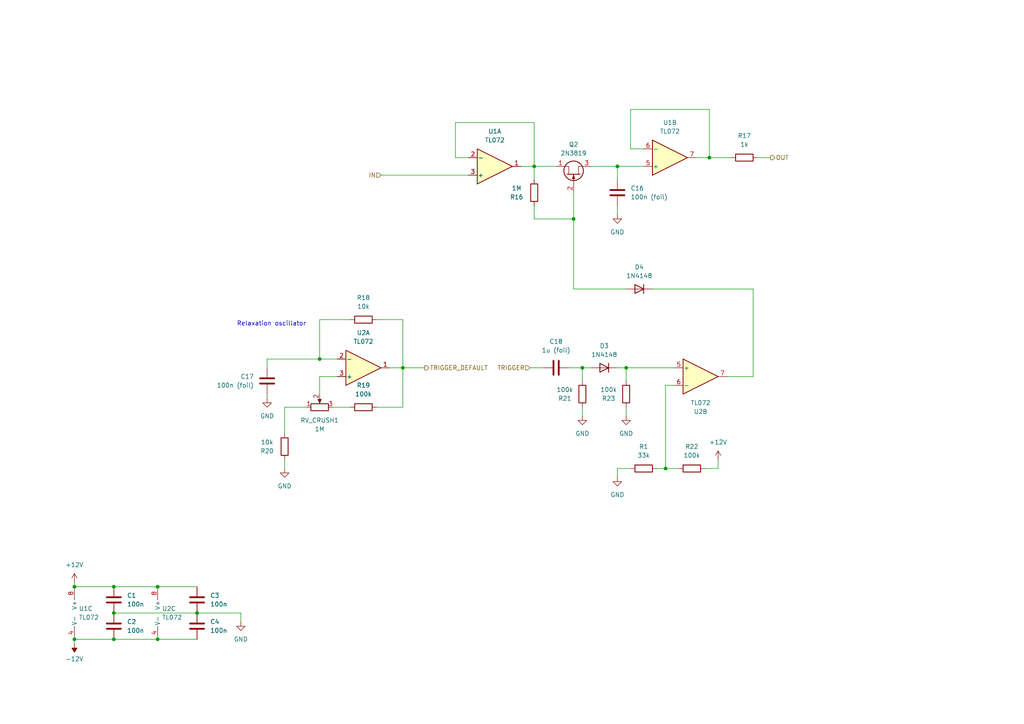
<source format=kicad_sch>
(kicad_sch (version 20250114) (generator "eeschema") (generator_version "9.0")
  (paper "A4")
  (lib_symbols
    (symbol "+12V_1" (power) (pin_numbers (hide yes)) (pin_names (offset 0) (hide yes))
      (property "Value" "+12V" (at 0 3.556 0))
      (symbol "+12V_1_0_1"
        (polyline (pts (xy -0.762 1.27) (xy 0 2.54)))
        (polyline (pts (xy 0 2.54) (xy 0.762 1.27)))
        (polyline (pts (xy 0 0) (xy 0 2.54)))
      )
      (symbol "+12V_1_1_1"
        (pin power_in line (at 0 0 90) (length 0) (name "~") (number "1"))
      )
    )
    (symbol "-12V_1" (power) (pin_names (offset 0))
      (property "Value" "-12V_1" (at 0 3.81 0))
      (symbol "-12V_1_0_0"
        (pin power_in line (at 0 0 90) (length 0) (hide yes) (name "-12V") (number "1"))
      )
      (symbol "-12V_1_0_1"
        (polyline (pts (xy 0 0) (xy 0 1.27) (xy 0.762 1.27) (xy 0 2.54) (xy -0.762 1.27) (xy 0 1.27)) (fill (type outline)))
      )
    )
    (symbol "Amplifier_Operational:TL072" (pin_names (offset 0.127))
      (property "Reference" "U" (at 0 5.08 0))
      (property "Value" "TL072" (at 0 -5.08 0))
      (symbol "TL072_1_1"
        (polyline (pts (xy -5.08 5.08) (xy 5.08 0) (xy -5.08 -5.08) (xy -5.08 5.08)) (stroke (width 0.254)) (fill (type background)))
        (pin input line (at -7.62 2.54 0) (length 2.54) (name "+") (number "3"))
        (pin input line (at -7.62 -2.54 0) (length 2.54) (name "-") (number "2"))
        (pin output line (at 7.62 0 180) (length 2.54) (name "~") (number "1"))
      )
      (symbol "TL072_2_1"
        (polyline (pts (xy -5.08 5.08) (xy 5.08 0) (xy -5.08 -5.08) (xy -5.08 5.08)) (stroke (width 0.254)) (fill (type background)))
        (pin input line (at -7.62 2.54 0) (length 2.54) (name "+") (number "5"))
        (pin input line (at -7.62 -2.54 0) (length 2.54) (name "-") (number "6"))
        (pin output line (at 7.62 0 180) (length 2.54) (name "~") (number "7"))
      )
      (symbol "TL072_3_1"
        (pin power_in line (at -2.54 7.62 270) (length 3.81) (name "V+") (number "8"))
        (pin power_in line (at -2.54 -7.62 90) (length 3.81) (name "V-") (number "4"))
      )
    )
    (symbol "Device:C" (pin_numbers (hide yes)) (pin_names (offset 0.254))
      (property "Reference" "C" (at 0.635 2.54 0))
      (property "Value" "C" (at 0.635 -2.54 0))
      (symbol "C_0_1"
        (polyline (pts (xy -2.032 0.762) (xy 2.032 0.762)) (stroke (width 0.508)))
        (polyline (pts (xy -2.032 -0.762) (xy 2.032 -0.762)) (stroke (width 0.508)))
      )
      (symbol "C_1_1"
        (pin passive line (at 0 3.81 270) (length 2.794) (name "~") (number "1"))
        (pin passive line (at 0 -3.81 90) (length 2.794) (name "~") (number "2"))
      )
    )
    (symbol "Device:D" (pin_numbers (hide yes)) (pin_names (offset 1.016) (hide yes))
      (property "Reference" "D" (at 0 2.54 0))
      (property "Value" "D" (at 0 -2.54 0))
      (symbol "D_0_1"
        (polyline (pts (xy -1.27 1.27) (xy -1.27 -1.27)) (stroke (width 0.254)))
        (polyline (pts (xy 1.27 1.27) (xy 1.27 -1.27) (xy -1.27 0) (xy 1.27 1.27)) (stroke (width 0.254)))
        (polyline (pts (xy 1.27 0) (xy -1.27 0)))
      )
      (symbol "D_1_1"
        (pin passive line (at -3.81 0 0) (length 2.54) (name "K") (number "1"))
        (pin passive line (at 3.81 0 180) (length 2.54) (name "A") (number "2"))
      )
    )
    (symbol "Device:R" (pin_numbers (hide yes)) (pin_names (offset 0))
      (property "Reference" "R" (at 2.032 0 90))
      (property "Value" "R" (at 0 0 90))
      (symbol "R_0_1"
        (rectangle (start -1.016 -2.54) (end 1.016 2.54) (stroke (width 0.254)))
      )
      (symbol "R_1_1"
        (pin passive line (at 0 3.81 270) (length 1.27) (name "~") (number "1"))
        (pin passive line (at 0 -3.81 90) (length 1.27) (name "~") (number "2"))
      )
    )
    (symbol "Device:R_Potentiometer" (pin_names (offset 1.016) (hide yes))
      (property "Reference" "RV" (at -4.445 0 90))
      (property "Value" "R_Potentiometer" (at -2.54 0 90))
      (symbol "R_Potentiometer_0_1"
        (rectangle (start 1.016 2.54) (end -1.016 -2.54) (stroke (width 0.254)))
        (polyline (pts (xy 1.143 0) (xy 2.286 0.508) (xy 2.286 -0.508) (xy 1.143 0)) (fill (type outline)))
        (polyline (pts (xy 2.54 0) (xy 1.524 0)))
      )
      (symbol "R_Potentiometer_1_1"
        (pin passive line (at 0 3.81 270) (length 1.27) (name "1") (number "1"))
        (pin passive line (at 0 -3.81 90) (length 1.27) (name "3") (number "3"))
        (pin passive line (at 3.81 0 180) (length 1.27) (name "2") (number "2"))
      )
    )
    (symbol "GND_1" (power) (pin_names (offset 0))
      (property "Value" "GND_1" (at 0 -3.81 0))
      (symbol "GND_1_0_1"
        (polyline (pts (xy 0 0) (xy 0 -1.27) (xy 1.27 -1.27) (xy 0 -2.54) (xy -1.27 -1.27) (xy 0 -1.27)))
      )
      (symbol "GND_1_1_1"
        (pin power_in line (at 0 0 270) (length 0) (hide yes) (name "GND") (number "1"))
      )
    )
    (symbol "Transistor_FET:2N3819" (pin_names (hide yes))
      (property "Reference" "Q" (at 5.08 1.905 0))
      (property "Value" "2N3819" (at 5.08 0 0))
      (symbol "2N3819_0_1"
        (polyline (pts (xy 0 0) (xy -1.016 0.381) (xy -1.016 -0.381) (xy 0 0)) (fill (type outline)))
        (polyline (pts (xy 0.254 1.905) (xy 0.254 -1.905)) (stroke (width 0.254)))
        (polyline (pts (xy 0.254 0) (xy -2.54 0)))
        (circle (center 1.27 0) (radius 2.8194) (stroke (width 0.254)))
        (polyline (pts (xy 2.54 2.54) (xy 2.54 1.397) (xy 0.254 1.397)))
        (polyline (pts (xy 2.54 -2.54) (xy 2.54 -1.397) (xy 0.254 -1.397)))
      )
      (symbol "2N3819_1_1"
        (pin input line (at -5.08 0 0) (length 2.54) (name "G") (number "2"))
        (pin passive line (at 2.54 5.08 270) (length 2.54) (name "D") (number "1"))
        (pin passive line (at 2.54 -5.08 90) (length 2.54) (name "S") (number "3"))
      )
    )
    (symbol "power:+12V" (power) (pin_names (offset 0))
      (property "Value" "+12V" (at 0 3.556 0))
      (symbol "+12V_0_1"
        (polyline (pts (xy -0.762 1.27) (xy 0 2.54)))
        (polyline (pts (xy 0 2.54) (xy 0.762 1.27)))
        (polyline (pts (xy 0 0) (xy 0 2.54)))
      )
      (symbol "+12V_1_1"
        (pin power_in line (at 0 0 90) (length 0) (hide yes) (name "+12V") (number "1"))
      )
    )
    (symbol "power:GND" (power) (pin_numbers (hide yes)) (pin_names (offset 0) (hide yes))
      (property "Value" "GND" (at 0 -3.81 0))
      (symbol "GND_0_1"
        (polyline (pts (xy 0 0) (xy 0 -1.27) (xy 1.27 -1.27) (xy 0 -2.54) (xy -1.27 -1.27) (xy 0 -1.27)))
      )
      (symbol "GND_1_1"
        (pin power_in line (at 0 0 270) (length 0) (name "~") (number "1"))
      )
    )
  )
  (text "Relaxation oscillator" (at 78.74 93.98 0) (effects (font (size 1.27 1.27))))
  (junction (at 179.07 48.26))
  (junction (at 45.72 185.42))
  (junction (at 92.71 104.14))
  (junction (at 21.59 170.18))
  (junction (at 33.02 185.42))
  (junction (at 21.59 185.42))
  (junction (at 168.91 106.68))
  (junction (at 166.37 63.5))
  (junction (at 45.72 170.18))
  (junction (at 205.74 45.72))
  (junction (at 57.15 177.8))
  (junction (at 116.84 106.68))
  (junction (at 193.04 135.89))
  (junction (at 33.02 170.18))
  (junction (at 154.94 48.26))
  (junction (at 33.02 177.8))
  (junction (at 181.61 106.68))
  (wire (pts (xy 110.49 50.8) (xy 135.89 50.8)))
  (wire (pts (xy 181.61 106.68) (xy 179.07 106.68)))
  (wire (pts (xy 218.44 109.22) (xy 210.82 109.22)))
  (wire (pts (xy 154.94 35.56) (xy 154.94 48.26)))
  (wire (pts (xy 179.07 62.23) (xy 179.07 59.69)))
  (wire (pts (xy 166.37 63.5) (xy 166.37 55.88)))
  (wire (pts (xy 205.74 31.75) (xy 205.74 45.72)))
  (wire (pts (xy 33.02 177.8) (xy 57.15 177.8)))
  (wire (pts (xy 116.84 92.71) (xy 116.84 106.68)))
  (wire (pts (xy 97.79 109.22) (xy 92.71 109.22)))
  (wire (pts (xy 109.22 118.11) (xy 116.84 118.11)))
  (wire (pts (xy 168.91 106.68) (xy 168.91 110.49)))
  (wire (pts (xy 154.94 63.5) (xy 166.37 63.5)))
  (wire (pts (xy 223.52 45.72) (xy 219.71 45.72)))
  (wire (pts (xy 218.44 109.22) (xy 218.44 83.82)))
  (wire (pts (xy 45.72 170.18) (xy 57.15 170.18)))
  (wire (pts (xy 116.84 118.11) (xy 116.84 106.68)))
  (wire (pts (xy 182.88 43.18) (xy 182.88 31.75)))
  (wire (pts (xy 166.37 83.82) (xy 181.61 83.82)))
  (wire (pts (xy 132.08 35.56) (xy 154.94 35.56)))
  (wire (pts (xy 168.91 120.65) (xy 168.91 118.11)))
  (wire (pts (xy 21.59 168.91) (xy 21.59 170.18)))
  (wire (pts (xy 190.5 135.89) (xy 193.04 135.89)))
  (wire (pts (xy 88.9 118.11) (xy 82.55 118.11)))
  (wire (pts (xy 116.84 106.68) (xy 123.19 106.68)))
  (wire (pts (xy 182.88 135.89) (xy 179.07 135.89)))
  (wire (pts (xy 77.47 115.57) (xy 77.47 114.3)))
  (wire (pts (xy 92.71 92.71) (xy 92.71 104.14)))
  (wire (pts (xy 21.59 185.42) (xy 33.02 185.42)))
  (wire (pts (xy 82.55 135.89) (xy 82.55 133.35)))
  (wire (pts (xy 208.28 133.35) (xy 208.28 135.89)))
  (wire (pts (xy 154.94 48.26) (xy 151.13 48.26)))
  (wire (pts (xy 205.74 45.72) (xy 201.93 45.72)))
  (wire (pts (xy 182.88 31.75) (xy 205.74 31.75)))
  (wire (pts (xy 82.55 118.11) (xy 82.55 125.73)))
  (wire (pts (xy 45.72 185.42) (xy 57.15 185.42)))
  (wire (pts (xy 21.59 186.69) (xy 21.59 185.42)))
  (wire (pts (xy 101.6 92.71) (xy 92.71 92.71)))
  (wire (pts (xy 92.71 109.22) (xy 92.71 114.3)))
  (wire (pts (xy 218.44 83.82) (xy 189.23 83.82)))
  (wire (pts (xy 154.94 48.26) (xy 154.94 52.07)))
  (wire (pts (xy 92.71 104.14) (xy 97.79 104.14)))
  (wire (pts (xy 153.67 106.68) (xy 157.48 106.68)))
  (wire (pts (xy 69.85 180.34) (xy 69.85 177.8)))
  (wire (pts (xy 208.28 135.89) (xy 204.47 135.89)))
  (wire (pts (xy 33.02 185.42) (xy 45.72 185.42)))
  (wire (pts (xy 193.04 135.89) (xy 193.04 111.76)))
  (wire (pts (xy 193.04 135.89) (xy 196.85 135.89)))
  (wire (pts (xy 205.74 45.72) (xy 212.09 45.72)))
  (wire (pts (xy 109.22 92.71) (xy 116.84 92.71)))
  (wire (pts (xy 181.61 106.68) (xy 181.61 110.49)))
  (wire (pts (xy 154.94 48.26) (xy 161.29 48.26)))
  (wire (pts (xy 21.59 170.18) (xy 33.02 170.18)))
  (wire (pts (xy 166.37 63.5) (xy 166.37 83.82)))
  (wire (pts (xy 171.45 106.68) (xy 168.91 106.68)))
  (wire (pts (xy 179.07 48.26) (xy 179.07 52.07)))
  (wire (pts (xy 77.47 104.14) (xy 92.71 104.14)))
  (wire (pts (xy 77.47 106.68) (xy 77.47 104.14)))
  (wire (pts (xy 132.08 45.72) (xy 132.08 35.56)))
  (wire (pts (xy 179.07 135.89) (xy 179.07 138.43)))
  (wire (pts (xy 135.89 45.72) (xy 132.08 45.72)))
  (wire (pts (xy 195.58 106.68) (xy 181.61 106.68)))
  (wire (pts (xy 181.61 120.65) (xy 181.61 118.11)))
  (wire (pts (xy 171.45 48.26) (xy 179.07 48.26)))
  (wire (pts (xy 154.94 59.69) (xy 154.94 63.5)))
  (wire (pts (xy 168.91 106.68) (xy 165.1 106.68)))
  (wire (pts (xy 96.52 118.11) (xy 101.6 118.11)))
  (wire (pts (xy 33.02 170.18) (xy 45.72 170.18)))
  (wire (pts (xy 179.07 48.26) (xy 186.69 48.26)))
  (wire (pts (xy 186.69 43.18) (xy 182.88 43.18)))
  (wire (pts (xy 193.04 111.76) (xy 195.58 111.76)))
  (wire (pts (xy 69.85 177.8) (xy 57.15 177.8)))
  (wire (pts (xy 116.84 106.68) (xy 113.03 106.68)))
  (hierarchical_label "OUT" (shape output) (at 223.52 45.72 0))
  (hierarchical_label "TRIGGER" (shape input) (at 153.67 106.68 180))
  (hierarchical_label "IN" (shape input) (at 110.49 50.8 180))
  (hierarchical_label "TRIGGER_DEFAULT" (shape output) (at 123.19 106.68 0))
  (symbol (lib_id "Amplifier_Operational:TL072") (at 48.26 177.8 0) (unit 3)
    (property "Reference" "U2" (at 46.99 176.53 0) (effects (justify left)))
    (property "Value" "TL072" (at 46.99 179.07 0) (effects (justify left)))
    (property "Footprint" "Package_SO:SOIC-8_3.9x4.9mm_P1.27mm" (effects (hide yes)))
    (property "Datasheet" "http://www.ti.com/lit/ds/symlink/tl071.pdf" (effects (hide yes)))
    (property "LCSC" "C6961" (effects (hide yes)))
    (property "Vendor" "JLCPCB" (effects (hide yes)))
  )
  (symbol (lib_name "+12V_1") (lib_id "power:+12V") (at 208.28 133.35 0) (unit 1)
    (property "Reference" "#PWR035" (effects (hide yes)))
    (property "Value" "+12V" (at 208.28 128.27 0))
    (property "Description" "Power symbol creates a global label with name \"+12V\"" (effects (hide yes)))
  )
  (symbol (lib_id "power:GND") (at 179.07 62.23 0) (unit 1)
    (property "Reference" "#PWR030" (effects (hide yes)))
    (property "Value" "GND" (at 179.07 67.31 0))
    (property "Description" "Power symbol creates a global label with name \"GND\" , ground" (effects (hide yes)))
  )
  (symbol (lib_id "Device:R") (at 200.66 135.89 90) (unit 1)
    (property "Reference" "R22" (at 200.66 129.54 90))
    (property "Value" "100k" (at 200.66 132.08 90))
    (property "Footprint" "Resistor_SMD:R_0603_1608Metric" (effects (hide yes)))
    (property "Vendor" "JLCPCB" (effects (hide yes)))
  )
  (symbol (lib_id "Device:C") (at 33.02 181.61 0) (unit 1)
    (property "Reference" "C2" (at 36.83 180.34 0) (effects (justify left)))
    (property "Value" "100n" (at 36.83 182.88 0) (effects (justify left)))
    (property "Footprint" "Capacitor_SMD:C_0603_1608Metric" (effects (hide yes)))
    (property "LCSC" "C14663" (effects (hide yes)))
    (property "Vendor" "JLCPCB" (effects (hide yes)))
  )
  (symbol (lib_name "-12V_1") (lib_id "power:-12V") (at 21.59 186.69 180) (unit 1)
    (property "Reference" "#PWR02" (effects (hide yes)))
    (property "Value" "-12V" (at 21.59 191.135 0))
  )
  (symbol (lib_id "Device:C") (at 179.07 55.88 0) (unit 1)
    (property "Reference" "C16" (at 182.88 54.6099 0) (effects (justify left)))
    (property "Value" "100n (foil)" (at 182.88 57.1499 0) (effects (justify left)))
    (property "Footprint" "Capacitor_THT:C_Rect_L7.2mm_W2.5mm_P5.00mm_FKS2_FKP2_MKS2_MKP2" (effects (hide yes)))
    (property "Description" "Unpolarized capacitor" (effects (hide yes)))
  )
  (symbol (lib_id "Device:R") (at 181.61 114.3 180) (unit 1)
    (property "Reference" "R23" (at 176.53 115.57 0))
    (property "Value" "100k" (at 176.53 113.03 0))
    (property "Footprint" "Resistor_SMD:R_0603_1608Metric" (effects (hide yes)))
    (property "Vendor" "JLCPCB" (effects (hide yes)))
  )
  (symbol (lib_id "Device:R") (at 168.91 114.3 180) (unit 1)
    (property "Reference" "R21" (at 163.83 115.57 0))
    (property "Value" "100k" (at 163.83 113.03 0))
    (property "Footprint" "Resistor_SMD:R_0603_1608Metric" (effects (hide yes)))
    (property "Vendor" "JLCPCB" (effects (hide yes)))
  )
  (symbol (lib_id "Device:R") (at 154.94 55.88 180) (unit 1)
    (property "Reference" "R16" (at 149.86 57.15 0))
    (property "Value" "1M" (at 149.86 54.61 0))
    (property "Footprint" "Resistor_SMD:R_0603_1608Metric" (effects (hide yes)))
    (property "Vendor" "JLCPCB" (effects (hide yes)))
  )
  (symbol (lib_id "Device:D") (at 175.26 106.68 0) (mirror y) (unit 1)
    (property "Reference" "D3" (at 175.26 100.33 0))
    (property "Value" "1N4148" (at 175.26 102.87 0))
    (property "Footprint" "Diode_SMD:D_SOD-123" (effects (hide yes)))
    (property "LCSC" "C81598" (effects (hide yes)))
    (property "Sim.Device" "D" (effects (hide yes)))
    (property "Sim.Pins" "1=K 2=A" (effects (hide yes)))
    (property "Vendor" "JLCPCB" (effects (hide yes)))
  )
  (symbol (lib_id "Device:R") (at 186.69 135.89 90) (unit 1)
    (property "Reference" "R1" (at 186.69 129.54 90))
    (property "Value" "33k" (at 186.69 132.08 90))
    (property "Footprint" "Resistor_SMD:R_0603_1608Metric" (effects (hide yes)))
    (property "Vendor" "JLCPCB" (effects (hide yes)))
  )
  (symbol (lib_id "Device:R") (at 215.9 45.72 90) (unit 1)
    (property "Reference" "R17" (at 215.9 39.37 90))
    (property "Value" "1k" (at 215.9 41.91 90))
    (property "Footprint" "Resistor_SMD:R_0603_1608Metric" (effects (hide yes)))
    (property "Vendor" "JLCPCB" (effects (hide yes)))
  )
  (symbol (lib_id "power:GND") (at 179.07 138.43 0) (unit 1)
    (property "Reference" "#PWR034" (effects (hide yes)))
    (property "Value" "GND" (at 179.07 143.51 0))
    (property "Description" "Power symbol creates a global label with name \"GND\" , ground" (effects (hide yes)))
  )
  (symbol (lib_id "power:GND") (at 181.61 120.65 0) (unit 1)
    (property "Reference" "#PWR036" (effects (hide yes)))
    (property "Value" "GND" (at 181.61 125.73 0))
    (property "Description" "Power symbol creates a global label with name \"GND\" , ground" (effects (hide yes)))
  )
  (symbol (lib_id "power:GND") (at 77.47 115.57 0) (unit 1)
    (property "Reference" "#PWR032" (effects (hide yes)))
    (property "Value" "GND" (at 77.47 120.65 0))
    (property "Description" "Power symbol creates a global label with name \"GND\" , ground" (effects (hide yes)))
  )
  (symbol (lib_id "Amplifier_Operational:TL072") (at 143.51 48.26 0) (mirror x) (unit 1)
    (property "Reference" "U1" (at 143.51 38.1 0))
    (property "Value" "TL072" (at 143.51 40.64 0))
    (property "Footprint" "Package_SO:SOIC-8_3.9x4.9mm_P1.27mm" (effects (hide yes)))
    (property "Datasheet" "http://www.ti.com/lit/ds/symlink/tl071.pdf" (effects (hide yes)))
    (property "LCSC" "C6961" (effects (hide yes)))
    (property "Vendor" "JLCPCB" (effects (hide yes)))
  )
  (symbol (lib_id "Device:R") (at 105.41 118.11 90) (unit 1)
    (property "Reference" "R19" (at 105.41 111.76 90))
    (property "Value" "100k" (at 105.41 114.3 90))
    (property "Footprint" "Resistor_SMD:R_0603_1608Metric" (effects (hide yes)))
    (property "Vendor" "JLCPCB" (effects (hide yes)))
  )
  (symbol (lib_id "Device:R") (at 105.41 92.71 90) (unit 1)
    (property "Reference" "R18" (at 105.41 86.36 90))
    (property "Value" "10k" (at 105.41 88.9 90))
    (property "Footprint" "Resistor_SMD:R_0603_1608Metric" (effects (hide yes)))
    (property "Vendor" "JLCPCB" (effects (hide yes)))
  )
  (symbol (lib_id "Amplifier_Operational:TL072") (at 105.41 106.68 0) (mirror x) (unit 1)
    (property "Reference" "U2" (at 105.41 96.52 0))
    (property "Value" "TL072" (at 105.41 99.06 0))
    (property "Footprint" "Package_SO:SOIC-8_3.9x4.9mm_P1.27mm" (effects (hide yes)))
    (property "Datasheet" "http://www.ti.com/lit/ds/symlink/tl071.pdf" (effects (hide yes)))
    (property "LCSC" "C6961" (effects (hide yes)))
    (property "Vendor" "JLCPCB" (effects (hide yes)))
  )
  (symbol (lib_id "power:GND") (at 82.55 135.89 0) (unit 1)
    (property "Reference" "#PWR031" (effects (hide yes)))
    (property "Value" "GND" (at 82.55 140.97 0))
    (property "Description" "Power symbol creates a global label with name \"GND\" , ground" (effects (hide yes)))
  )
  (symbol (lib_id "Device:C") (at 57.15 173.99 0) (unit 1)
    (property "Reference" "C3" (at 60.96 172.72 0) (effects (justify left)))
    (property "Value" "100n" (at 60.96 175.26 0) (effects (justify left)))
    (property "Footprint" "Capacitor_SMD:C_0603_1608Metric" (effects (hide yes)))
    (property "LCSC" "C14663" (effects (hide yes)))
    (property "Vendor" "JLCPCB" (effects (hide yes)))
  )
  (symbol (lib_id "power:+12V") (at 21.59 168.91 0) (unit 1)
    (property "Reference" "#PWR01" (effects (hide yes)))
    (property "Value" "+12V" (at 21.59 163.83 0))
  )
  (symbol (lib_id "Device:R_Potentiometer") (at 92.71 118.11 90) (unit 1)
    (property "Reference" "RV_CRUSH1" (at 92.71 121.92 90))
    (property "Value" "1M" (at 92.71 124.46 90))
    (property "Description" "Potentiometer" (effects (hide yes)))
  )
  (symbol (lib_id "Amplifier_Operational:TL072") (at 194.31 45.72 0) (mirror x) (unit 2)
    (property "Reference" "U1" (at 194.31 35.56 0))
    (property "Value" "TL072" (at 194.31 38.1 0))
    (property "Footprint" "Package_SO:SOIC-8_3.9x4.9mm_P1.27mm" (effects (hide yes)))
    (property "Datasheet" "http://www.ti.com/lit/ds/symlink/tl071.pdf" (effects (hide yes)))
    (property "LCSC" "C6961" (effects (hide yes)))
    (property "Vendor" "JLCPCB" (effects (hide yes)))
  )
  (symbol (lib_id "power:GND") (at 168.91 120.65 0) (unit 1)
    (property "Reference" "#PWR033" (effects (hide yes)))
    (property "Value" "GND" (at 168.91 125.73 0))
    (property "Description" "Power symbol creates a global label with name \"GND\" , ground" (effects (hide yes)))
  )
  (symbol (lib_id "Amplifier_Operational:TL072") (at 203.2 109.22 0) (unit 2)
    (property "Reference" "U2" (at 203.2 119.38 0))
    (property "Value" "TL072" (at 203.2 116.84 0))
    (property "Footprint" "Package_SO:SOIC-8_3.9x4.9mm_P1.27mm" (effects (hide yes)))
    (property "Datasheet" "http://www.ti.com/lit/ds/symlink/tl071.pdf" (effects (hide yes)))
    (property "LCSC" "C6961" (effects (hide yes)))
    (property "Vendor" "JLCPCB" (effects (hide yes)))
  )
  (symbol (lib_id "Device:R") (at 82.55 129.54 180) (unit 1)
    (property "Reference" "R20" (at 77.47 130.81 0))
    (property "Value" "10k" (at 77.47 128.27 0))
    (property "Footprint" "Resistor_SMD:R_0603_1608Metric" (effects (hide yes)))
    (property "Vendor" "JLCPCB" (effects (hide yes)))
  )
  (symbol (lib_id "Device:C") (at 161.29 106.68 90) (unit 1)
    (property "Reference" "C18" (at 161.29 99.06 90))
    (property "Value" "1u (foil)" (at 161.29 101.6 90))
    (property "Footprint" "Capacitor_THT:C_Rect_L7.0mm_W4.5mm_P5.00mm" (effects (hide yes)))
    (property "Description" "Unpolarized capacitor" (effects (hide yes)))
  )
  (symbol (lib_id "Amplifier_Operational:TL072") (at 24.13 177.8 0) (unit 3)
    (property "Reference" "U1" (at 22.86 176.53 0) (effects (justify left)))
    (property "Value" "TL072" (at 22.86 179.07 0) (effects (justify left)))
    (property "Footprint" "Package_SO:SOIC-8_3.9x4.9mm_P1.27mm" (effects (hide yes)))
    (property "Datasheet" "http://www.ti.com/lit/ds/symlink/tl071.pdf" (effects (hide yes)))
    (property "LCSC" "C6961" (effects (hide yes)))
    (property "Vendor" "JLCPCB" (effects (hide yes)))
  )
  (symbol (lib_id "Device:C") (at 57.15 181.61 0) (unit 1)
    (property "Reference" "C4" (at 60.96 180.34 0) (effects (justify left)))
    (property "Value" "100n" (at 60.96 182.88 0) (effects (justify left)))
    (property "Footprint" "Capacitor_SMD:C_0603_1608Metric" (effects (hide yes)))
    (property "LCSC" "C14663" (effects (hide yes)))
    (property "Vendor" "JLCPCB" (effects (hide yes)))
  )
  (symbol (lib_name "GND_1") (lib_id "power:GND") (at 69.85 180.34 0) (unit 1)
    (property "Reference" "#PWR03" (effects (hide yes)))
    (property "Value" "GND" (at 69.85 185.42 0))
  )
  (symbol (lib_id "Device:C") (at 77.47 110.49 0) (mirror y) (unit 1)
    (property "Reference" "C17" (at 73.66 109.2199 0) (effects (justify left)))
    (property "Value" "100n (foil)" (at 73.66 111.7599 0) (effects (justify left)))
    (property "Footprint" "Capacitor_THT:C_Rect_L7.2mm_W2.5mm_P5.00mm_FKS2_FKP2_MKS2_MKP2" (effects (hide yes)))
    (property "Description" "Unpolarized capacitor" (effects (hide yes)))
  )
  (symbol (lib_id "Transistor_FET:2N3819") (at 166.37 50.8 90) (unit 1)
    (property "Reference" "Q2" (at 166.37 41.91 90))
    (property "Value" "2N3819" (at 166.37 44.45 90))
    (property "Footprint" "Package_TO_SOT_THT:TO-92" (effects (hide yes)))
    (property "Datasheet" "https://my.centralsemi.com/datasheets/2N3819.PDF" (effects (hide yes)))
    (property "Description" "20mA Id, 25V Vgs, N-Channel JFET Transistor, TO-92" (effects (hide yes)))
  )
  (symbol (lib_id "Device:C") (at 33.02 173.99 0) (unit 1)
    (property "Reference" "C1" (at 36.83 172.72 0) (effects (justify left)))
    (property "Value" "100n" (at 36.83 175.26 0) (effects (justify left)))
    (property "Footprint" "Capacitor_SMD:C_0603_1608Metric" (effects (hide yes)))
    (property "LCSC" "C14663" (effects (hide yes)))
    (property "Vendor" "JLCPCB" (effects (hide yes)))
  )
  (symbol (lib_id "Device:D") (at 185.42 83.82 0) (mirror y) (unit 1)
    (property "Reference" "D4" (at 185.42 77.47 0))
    (property "Value" "1N4148" (at 185.42 80.01 0))
    (property "Footprint" "Diode_SMD:D_SOD-123" (effects (hide yes)))
    (property "LCSC" "C81598" (effects (hide yes)))
    (property "Sim.Device" "D" (effects (hide yes)))
    (property "Sim.Pins" "1=K 2=A" (effects (hide yes)))
    (property "Vendor" "JLCPCB" (effects (hide yes)))
  )
)
</source>
